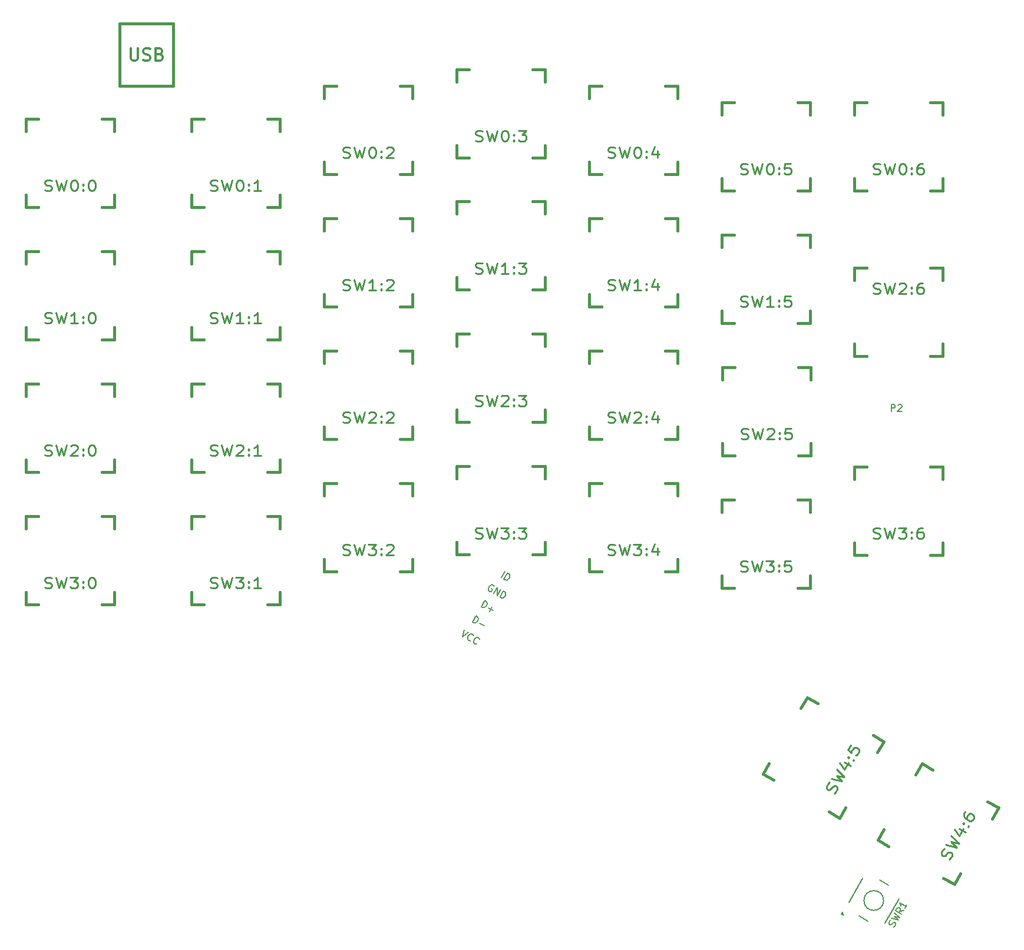
<source format=gto>
G04 #@! TF.FileFunction,Legend,Top*
%FSLAX46Y46*%
G04 Gerber Fmt 4.6, Leading zero omitted, Abs format (unit mm)*
G04 Created by KiCad (PCBNEW 4.0.2-4+6225~38~ubuntu14.04.1-stable) date za 02 jul 2016 21:58:40 CEST*
%MOMM*%
G01*
G04 APERTURE LIST*
%ADD10C,0.100000*%
%ADD11C,0.381000*%
%ADD12C,0.150000*%
%ADD13C,0.254000*%
%ADD14C,0.304800*%
G04 APERTURE END LIST*
D10*
D11*
X108584739Y-104019261D02*
X109473739Y-102479468D01*
X114045739Y-94560532D02*
X114934739Y-93020739D01*
X114934739Y-93020739D02*
X116474532Y-93909739D01*
X124393468Y-98481739D02*
X125933261Y-99370739D01*
X125933261Y-99370739D02*
X125044261Y-100910532D01*
X120472261Y-108829468D02*
X119583261Y-110369261D01*
X119583261Y-110369261D02*
X118043468Y-109480261D01*
X110124532Y-104908261D02*
X108584739Y-104019261D01*
X2648000Y-9791000D02*
X4426000Y-9791000D01*
X13570000Y-9791000D02*
X15348000Y-9791000D01*
X15348000Y-9791000D02*
X15348000Y-11569000D01*
X15348000Y-20713000D02*
X15348000Y-22491000D01*
X15348000Y-22491000D02*
X13570000Y-22491000D01*
X4426000Y-22491000D02*
X2648000Y-22491000D01*
X2648000Y-22491000D02*
X2648000Y-20713000D01*
X2648000Y-11569000D02*
X2648000Y-9791000D01*
X26460000Y-9790000D02*
X28238000Y-9790000D01*
X37382000Y-9790000D02*
X39160000Y-9790000D01*
X39160000Y-9790000D02*
X39160000Y-11568000D01*
X39160000Y-20712000D02*
X39160000Y-22490000D01*
X39160000Y-22490000D02*
X37382000Y-22490000D01*
X28238000Y-22490000D02*
X26460000Y-22490000D01*
X26460000Y-22490000D02*
X26460000Y-20712000D01*
X26460000Y-11568000D02*
X26460000Y-9790000D01*
X45510000Y-5029000D02*
X47288000Y-5029000D01*
X56432000Y-5029000D02*
X58210000Y-5029000D01*
X58210000Y-5029000D02*
X58210000Y-6807000D01*
X58210000Y-15951000D02*
X58210000Y-17729000D01*
X58210000Y-17729000D02*
X56432000Y-17729000D01*
X47288000Y-17729000D02*
X45510000Y-17729000D01*
X45510000Y-17729000D02*
X45510000Y-15951000D01*
X45510000Y-6807000D02*
X45510000Y-5029000D01*
X64560000Y-2648000D02*
X66338000Y-2648000D01*
X75482000Y-2648000D02*
X77260000Y-2648000D01*
X77260000Y-2648000D02*
X77260000Y-4426000D01*
X77260000Y-13570000D02*
X77260000Y-15348000D01*
X77260000Y-15348000D02*
X75482000Y-15348000D01*
X66338000Y-15348000D02*
X64560000Y-15348000D01*
X64560000Y-15348000D02*
X64560000Y-13570000D01*
X64560000Y-4426000D02*
X64560000Y-2648000D01*
X83610000Y-5029000D02*
X85388000Y-5029000D01*
X94532000Y-5029000D02*
X96310000Y-5029000D01*
X96310000Y-5029000D02*
X96310000Y-6807000D01*
X96310000Y-15951000D02*
X96310000Y-17729000D01*
X96310000Y-17729000D02*
X94532000Y-17729000D01*
X85388000Y-17729000D02*
X83610000Y-17729000D01*
X83610000Y-17729000D02*
X83610000Y-15951000D01*
X83610000Y-6807000D02*
X83610000Y-5029000D01*
X102660000Y-7410000D02*
X104438000Y-7410000D01*
X113582000Y-7410000D02*
X115360000Y-7410000D01*
X115360000Y-7410000D02*
X115360000Y-9188000D01*
X115360000Y-18332000D02*
X115360000Y-20110000D01*
X115360000Y-20110000D02*
X113582000Y-20110000D01*
X104438000Y-20110000D02*
X102660000Y-20110000D01*
X102660000Y-20110000D02*
X102660000Y-18332000D01*
X102660000Y-9188000D02*
X102660000Y-7410000D01*
X121710000Y-7410000D02*
X123488000Y-7410000D01*
X132632000Y-7410000D02*
X134410000Y-7410000D01*
X134410000Y-7410000D02*
X134410000Y-9188000D01*
X134410000Y-18332000D02*
X134410000Y-20110000D01*
X134410000Y-20110000D02*
X132632000Y-20110000D01*
X123488000Y-20110000D02*
X121710000Y-20110000D01*
X121710000Y-20110000D02*
X121710000Y-18332000D01*
X121710000Y-9188000D02*
X121710000Y-7410000D01*
X2648000Y-28841000D02*
X4426000Y-28841000D01*
X13570000Y-28841000D02*
X15348000Y-28841000D01*
X15348000Y-28841000D02*
X15348000Y-30619000D01*
X15348000Y-39763000D02*
X15348000Y-41541000D01*
X15348000Y-41541000D02*
X13570000Y-41541000D01*
X4426000Y-41541000D02*
X2648000Y-41541000D01*
X2648000Y-41541000D02*
X2648000Y-39763000D01*
X2648000Y-30619000D02*
X2648000Y-28841000D01*
X26460000Y-28841000D02*
X28238000Y-28841000D01*
X37382000Y-28841000D02*
X39160000Y-28841000D01*
X39160000Y-28841000D02*
X39160000Y-30619000D01*
X39160000Y-39763000D02*
X39160000Y-41541000D01*
X39160000Y-41541000D02*
X37382000Y-41541000D01*
X28238000Y-41541000D02*
X26460000Y-41541000D01*
X26460000Y-41541000D02*
X26460000Y-39763000D01*
X26460000Y-30619000D02*
X26460000Y-28841000D01*
X45510000Y-24079000D02*
X47288000Y-24079000D01*
X56432000Y-24079000D02*
X58210000Y-24079000D01*
X58210000Y-24079000D02*
X58210000Y-25857000D01*
X58210000Y-35001000D02*
X58210000Y-36779000D01*
X58210000Y-36779000D02*
X56432000Y-36779000D01*
X47288000Y-36779000D02*
X45510000Y-36779000D01*
X45510000Y-36779000D02*
X45510000Y-35001000D01*
X45510000Y-25857000D02*
X45510000Y-24079000D01*
X64560000Y-21688000D02*
X66338000Y-21688000D01*
X75482000Y-21688000D02*
X77260000Y-21688000D01*
X77260000Y-21688000D02*
X77260000Y-23466000D01*
X77260000Y-32610000D02*
X77260000Y-34388000D01*
X77260000Y-34388000D02*
X75482000Y-34388000D01*
X66338000Y-34388000D02*
X64560000Y-34388000D01*
X64560000Y-34388000D02*
X64560000Y-32610000D01*
X64560000Y-23466000D02*
X64560000Y-21688000D01*
X83610000Y-24079000D02*
X85388000Y-24079000D01*
X94532000Y-24079000D02*
X96310000Y-24079000D01*
X96310000Y-24079000D02*
X96310000Y-25857000D01*
X96310000Y-35001000D02*
X96310000Y-36779000D01*
X96310000Y-36779000D02*
X94532000Y-36779000D01*
X85388000Y-36779000D02*
X83610000Y-36779000D01*
X83610000Y-36779000D02*
X83610000Y-35001000D01*
X83610000Y-25857000D02*
X83610000Y-24079000D01*
X102660000Y-26460000D02*
X104438000Y-26460000D01*
X113582000Y-26460000D02*
X115360000Y-26460000D01*
X115360000Y-26460000D02*
X115360000Y-28238000D01*
X115360000Y-37382000D02*
X115360000Y-39160000D01*
X115360000Y-39160000D02*
X113582000Y-39160000D01*
X104438000Y-39160000D02*
X102660000Y-39160000D01*
X102660000Y-39160000D02*
X102660000Y-37382000D01*
X102660000Y-28238000D02*
X102660000Y-26460000D01*
X2648000Y-47891000D02*
X4426000Y-47891000D01*
X13570000Y-47891000D02*
X15348000Y-47891000D01*
X15348000Y-47891000D02*
X15348000Y-49669000D01*
X15348000Y-58813000D02*
X15348000Y-60591000D01*
X15348000Y-60591000D02*
X13570000Y-60591000D01*
X4426000Y-60591000D02*
X2648000Y-60591000D01*
X2648000Y-60591000D02*
X2648000Y-58813000D01*
X2648000Y-49669000D02*
X2648000Y-47891000D01*
X26460000Y-47891000D02*
X28238000Y-47891000D01*
X37382000Y-47891000D02*
X39160000Y-47891000D01*
X39160000Y-47891000D02*
X39160000Y-49669000D01*
X39160000Y-58813000D02*
X39160000Y-60591000D01*
X39160000Y-60591000D02*
X37382000Y-60591000D01*
X28238000Y-60591000D02*
X26460000Y-60591000D01*
X26460000Y-60591000D02*
X26460000Y-58813000D01*
X26460000Y-49669000D02*
X26460000Y-47891000D01*
X45510000Y-43129000D02*
X47288000Y-43129000D01*
X56432000Y-43129000D02*
X58210000Y-43129000D01*
X58210000Y-43129000D02*
X58210000Y-44907000D01*
X58210000Y-54051000D02*
X58210000Y-55829000D01*
X58210000Y-55829000D02*
X56432000Y-55829000D01*
X47288000Y-55829000D02*
X45510000Y-55829000D01*
X45510000Y-55829000D02*
X45510000Y-54051000D01*
X45510000Y-44907000D02*
X45510000Y-43129000D01*
X64560000Y-40738000D02*
X66338000Y-40738000D01*
X75482000Y-40738000D02*
X77260000Y-40738000D01*
X77260000Y-40738000D02*
X77260000Y-42516000D01*
X77260000Y-51660000D02*
X77260000Y-53438000D01*
X77260000Y-53438000D02*
X75482000Y-53438000D01*
X66338000Y-53438000D02*
X64560000Y-53438000D01*
X64560000Y-53438000D02*
X64560000Y-51660000D01*
X64560000Y-42516000D02*
X64560000Y-40738000D01*
X83610000Y-43129000D02*
X85388000Y-43129000D01*
X94532000Y-43129000D02*
X96310000Y-43129000D01*
X96310000Y-43129000D02*
X96310000Y-44907000D01*
X96310000Y-54051000D02*
X96310000Y-55829000D01*
X96310000Y-55829000D02*
X94532000Y-55829000D01*
X85388000Y-55829000D02*
X83610000Y-55829000D01*
X83610000Y-55829000D02*
X83610000Y-54051000D01*
X83610000Y-44907000D02*
X83610000Y-43129000D01*
X102751000Y-45510000D02*
X104529000Y-45510000D01*
X113673000Y-45510000D02*
X115451000Y-45510000D01*
X115451000Y-45510000D02*
X115451000Y-47288000D01*
X115451000Y-56432000D02*
X115451000Y-58210000D01*
X115451000Y-58210000D02*
X113673000Y-58210000D01*
X104529000Y-58210000D02*
X102751000Y-58210000D01*
X102751000Y-58210000D02*
X102751000Y-56432000D01*
X102751000Y-47288000D02*
X102751000Y-45510000D01*
X134410000Y-43923000D02*
X132632000Y-43923000D01*
X123488000Y-43923000D02*
X121710000Y-43923000D01*
X121710000Y-43923000D02*
X121710000Y-42145000D01*
X121710000Y-33001000D02*
X121710000Y-31223000D01*
X121710000Y-31223000D02*
X123488000Y-31223000D01*
X132632000Y-31223000D02*
X134410000Y-31223000D01*
X134410000Y-31223000D02*
X134410000Y-33001000D01*
X134410000Y-42145000D02*
X134410000Y-43923000D01*
X2648000Y-66941000D02*
X4426000Y-66941000D01*
X13570000Y-66941000D02*
X15348000Y-66941000D01*
X15348000Y-66941000D02*
X15348000Y-68719000D01*
X15348000Y-77863000D02*
X15348000Y-79641000D01*
X15348000Y-79641000D02*
X13570000Y-79641000D01*
X4426000Y-79641000D02*
X2648000Y-79641000D01*
X2648000Y-79641000D02*
X2648000Y-77863000D01*
X2648000Y-68719000D02*
X2648000Y-66941000D01*
X26460000Y-66941000D02*
X28238000Y-66941000D01*
X37382000Y-66941000D02*
X39160000Y-66941000D01*
X39160000Y-66941000D02*
X39160000Y-68719000D01*
X39160000Y-77863000D02*
X39160000Y-79641000D01*
X39160000Y-79641000D02*
X37382000Y-79641000D01*
X28238000Y-79641000D02*
X26460000Y-79641000D01*
X26460000Y-79641000D02*
X26460000Y-77863000D01*
X26460000Y-68719000D02*
X26460000Y-66941000D01*
X45510000Y-62179000D02*
X47288000Y-62179000D01*
X56432000Y-62179000D02*
X58210000Y-62179000D01*
X58210000Y-62179000D02*
X58210000Y-63957000D01*
X58210000Y-73101000D02*
X58210000Y-74879000D01*
X58210000Y-74879000D02*
X56432000Y-74879000D01*
X47288000Y-74879000D02*
X45510000Y-74879000D01*
X45510000Y-74879000D02*
X45510000Y-73101000D01*
X45510000Y-63957000D02*
X45510000Y-62179000D01*
X64560000Y-59788000D02*
X66338000Y-59788000D01*
X75482000Y-59788000D02*
X77260000Y-59788000D01*
X77260000Y-59788000D02*
X77260000Y-61566000D01*
X77260000Y-70710000D02*
X77260000Y-72488000D01*
X77260000Y-72488000D02*
X75482000Y-72488000D01*
X66338000Y-72488000D02*
X64560000Y-72488000D01*
X64560000Y-72488000D02*
X64560000Y-70710000D01*
X64560000Y-61566000D02*
X64560000Y-59788000D01*
X83610000Y-62179000D02*
X85388000Y-62179000D01*
X94532000Y-62179000D02*
X96310000Y-62179000D01*
X96310000Y-62179000D02*
X96310000Y-63957000D01*
X96310000Y-73101000D02*
X96310000Y-74879000D01*
X96310000Y-74879000D02*
X94532000Y-74879000D01*
X85388000Y-74879000D02*
X83610000Y-74879000D01*
X83610000Y-74879000D02*
X83610000Y-73101000D01*
X83610000Y-63957000D02*
X83610000Y-62179000D01*
X102660000Y-64560000D02*
X104438000Y-64560000D01*
X113582000Y-64560000D02*
X115360000Y-64560000D01*
X115360000Y-64560000D02*
X115360000Y-66338000D01*
X115360000Y-75482000D02*
X115360000Y-77260000D01*
X115360000Y-77260000D02*
X113582000Y-77260000D01*
X104438000Y-77260000D02*
X102660000Y-77260000D01*
X102660000Y-77260000D02*
X102660000Y-75482000D01*
X102660000Y-66338000D02*
X102660000Y-64560000D01*
X121710000Y-59798000D02*
X123488000Y-59798000D01*
X132632000Y-59798000D02*
X134410000Y-59798000D01*
X134410000Y-59798000D02*
X134410000Y-61576000D01*
X134410000Y-70720000D02*
X134410000Y-72498000D01*
X134410000Y-72498000D02*
X132632000Y-72498000D01*
X123488000Y-72498000D02*
X121710000Y-72498000D01*
X121710000Y-72498000D02*
X121710000Y-70720000D01*
X121710000Y-61576000D02*
X121710000Y-59798000D01*
X125082739Y-113544261D02*
X125971739Y-112004468D01*
X130543739Y-104085532D02*
X131432739Y-102545739D01*
X131432739Y-102545739D02*
X132972532Y-103434739D01*
X140891468Y-108006739D02*
X142431261Y-108895739D01*
X142431261Y-108895739D02*
X141542261Y-110435532D01*
X136970261Y-118354468D02*
X136081261Y-119894261D01*
X136081261Y-119894261D02*
X134541468Y-119005261D01*
X126622532Y-114433261D02*
X125082739Y-113544261D01*
X23850640Y3903980D02*
X23850640Y-5095240D01*
X23850640Y-5095240D02*
X16149360Y-5095240D01*
X16149360Y-5095240D02*
X16149360Y3903980D01*
X16149360Y3903980D02*
X23850640Y3903980D01*
D12*
X119943975Y-124147724D02*
X120030577Y-124197724D01*
X119850673Y-124209327D02*
X120025673Y-123906218D01*
X120025673Y-123906218D02*
G75*
G03X120153782Y-124384327I1259327J81218D01*
G01*
X119850673Y-124209327D02*
X120153782Y-124384327D01*
X125931264Y-122226924D02*
G75*
G03X125931264Y-122226924I-1414213J0D01*
G01*
X126115127Y-125458975D02*
X128115127Y-121994873D01*
X120918975Y-122458975D02*
X122918975Y-118994873D01*
X123666570Y-125200000D02*
X122367532Y-124450000D01*
X125367532Y-119253848D02*
X126666570Y-120003848D01*
D10*
X123017051Y-124825000D02*
X123017051Y-124825000D01*
X128115127Y-121994873D02*
X126115127Y-125458975D01*
X122918975Y-118994873D02*
X120918975Y-122458975D01*
X126017051Y-119628848D02*
X126017051Y-119628848D01*
X125931264Y-122226924D02*
G75*
G03X125931264Y-122226924I-1414213J0D01*
G01*
D13*
X118832497Y-106807338D02*
X119022346Y-106623653D01*
X119234013Y-106257036D01*
X119255830Y-106074103D01*
X119235315Y-105964494D01*
X119151951Y-105818599D01*
X119026253Y-105746027D01*
X118858222Y-105746780D01*
X118753041Y-105783818D01*
X118605525Y-105894179D01*
X118373343Y-106151187D01*
X118225827Y-106261548D01*
X118120646Y-106298586D01*
X117952615Y-106299338D01*
X117826917Y-106226766D01*
X117743553Y-106080872D01*
X117723038Y-105971263D01*
X117744856Y-105788330D01*
X117956523Y-105421712D01*
X118146372Y-105238027D01*
X118379856Y-104688478D02*
X119911346Y-105083861D01*
X119137948Y-104246281D01*
X120250013Y-104497273D01*
X119141856Y-103368655D01*
X120301464Y-102376156D02*
X121181346Y-102884156D01*
X119587007Y-102452488D02*
X120318072Y-103363391D01*
X120868405Y-102410186D01*
X121521315Y-102005027D02*
X121626496Y-101967989D01*
X121647012Y-102077598D01*
X121541830Y-102114635D01*
X121521315Y-102005027D01*
X121647012Y-102077598D01*
X120829979Y-101605884D02*
X120935160Y-101568846D01*
X120955676Y-101678455D01*
X120850494Y-101715492D01*
X120829979Y-101605884D01*
X120955676Y-101678455D01*
X121173856Y-99849128D02*
X120750523Y-100582363D01*
X121336677Y-101018543D01*
X121316160Y-100908934D01*
X121337979Y-100726001D01*
X121549646Y-100359384D01*
X121697160Y-100249023D01*
X121802343Y-100211985D01*
X121970374Y-100211233D01*
X122284617Y-100392661D01*
X122367982Y-100538557D01*
X122388496Y-100648166D01*
X122366679Y-100831099D01*
X122155013Y-101197716D01*
X122007496Y-101308077D01*
X121902315Y-101345115D01*
X5357334Y-20059857D02*
X5611334Y-20132429D01*
X6034667Y-20132429D01*
X6204000Y-20059857D01*
X6288667Y-19987286D01*
X6373334Y-19842143D01*
X6373334Y-19697000D01*
X6288667Y-19551857D01*
X6204000Y-19479286D01*
X6034667Y-19406714D01*
X5696000Y-19334143D01*
X5526667Y-19261571D01*
X5442000Y-19189000D01*
X5357334Y-19043857D01*
X5357334Y-18898714D01*
X5442000Y-18753571D01*
X5526667Y-18681000D01*
X5696000Y-18608429D01*
X6119334Y-18608429D01*
X6373334Y-18681000D01*
X6966000Y-18608429D02*
X7389333Y-20132429D01*
X7728000Y-19043857D01*
X8066667Y-20132429D01*
X8490000Y-18608429D01*
X9506000Y-18608429D02*
X9675333Y-18608429D01*
X9844667Y-18681000D01*
X9929333Y-18753571D01*
X10014000Y-18898714D01*
X10098667Y-19189000D01*
X10098667Y-19551857D01*
X10014000Y-19842143D01*
X9929333Y-19987286D01*
X9844667Y-20059857D01*
X9675333Y-20132429D01*
X9506000Y-20132429D01*
X9336667Y-20059857D01*
X9252000Y-19987286D01*
X9167333Y-19842143D01*
X9082667Y-19551857D01*
X9082667Y-19189000D01*
X9167333Y-18898714D01*
X9252000Y-18753571D01*
X9336667Y-18681000D01*
X9506000Y-18608429D01*
X10860666Y-19987286D02*
X10945333Y-20059857D01*
X10860666Y-20132429D01*
X10776000Y-20059857D01*
X10860666Y-19987286D01*
X10860666Y-20132429D01*
X10860666Y-19189000D02*
X10945333Y-19261571D01*
X10860666Y-19334143D01*
X10776000Y-19261571D01*
X10860666Y-19189000D01*
X10860666Y-19334143D01*
X12046000Y-18608429D02*
X12215333Y-18608429D01*
X12384667Y-18681000D01*
X12469333Y-18753571D01*
X12554000Y-18898714D01*
X12638667Y-19189000D01*
X12638667Y-19551857D01*
X12554000Y-19842143D01*
X12469333Y-19987286D01*
X12384667Y-20059857D01*
X12215333Y-20132429D01*
X12046000Y-20132429D01*
X11876667Y-20059857D01*
X11792000Y-19987286D01*
X11707333Y-19842143D01*
X11622667Y-19551857D01*
X11622667Y-19189000D01*
X11707333Y-18898714D01*
X11792000Y-18753571D01*
X11876667Y-18681000D01*
X12046000Y-18608429D01*
X29169334Y-20058857D02*
X29423334Y-20131429D01*
X29846667Y-20131429D01*
X30016000Y-20058857D01*
X30100667Y-19986286D01*
X30185334Y-19841143D01*
X30185334Y-19696000D01*
X30100667Y-19550857D01*
X30016000Y-19478286D01*
X29846667Y-19405714D01*
X29508000Y-19333143D01*
X29338667Y-19260571D01*
X29254000Y-19188000D01*
X29169334Y-19042857D01*
X29169334Y-18897714D01*
X29254000Y-18752571D01*
X29338667Y-18680000D01*
X29508000Y-18607429D01*
X29931334Y-18607429D01*
X30185334Y-18680000D01*
X30778000Y-18607429D02*
X31201333Y-20131429D01*
X31540000Y-19042857D01*
X31878667Y-20131429D01*
X32302000Y-18607429D01*
X33318000Y-18607429D02*
X33487333Y-18607429D01*
X33656667Y-18680000D01*
X33741333Y-18752571D01*
X33826000Y-18897714D01*
X33910667Y-19188000D01*
X33910667Y-19550857D01*
X33826000Y-19841143D01*
X33741333Y-19986286D01*
X33656667Y-20058857D01*
X33487333Y-20131429D01*
X33318000Y-20131429D01*
X33148667Y-20058857D01*
X33064000Y-19986286D01*
X32979333Y-19841143D01*
X32894667Y-19550857D01*
X32894667Y-19188000D01*
X32979333Y-18897714D01*
X33064000Y-18752571D01*
X33148667Y-18680000D01*
X33318000Y-18607429D01*
X34672666Y-19986286D02*
X34757333Y-20058857D01*
X34672666Y-20131429D01*
X34588000Y-20058857D01*
X34672666Y-19986286D01*
X34672666Y-20131429D01*
X34672666Y-19188000D02*
X34757333Y-19260571D01*
X34672666Y-19333143D01*
X34588000Y-19260571D01*
X34672666Y-19188000D01*
X34672666Y-19333143D01*
X36450667Y-20131429D02*
X35434667Y-20131429D01*
X35942667Y-20131429D02*
X35942667Y-18607429D01*
X35773333Y-18825143D01*
X35604000Y-18970286D01*
X35434667Y-19042857D01*
X48219334Y-15297857D02*
X48473334Y-15370429D01*
X48896667Y-15370429D01*
X49066000Y-15297857D01*
X49150667Y-15225286D01*
X49235334Y-15080143D01*
X49235334Y-14935000D01*
X49150667Y-14789857D01*
X49066000Y-14717286D01*
X48896667Y-14644714D01*
X48558000Y-14572143D01*
X48388667Y-14499571D01*
X48304000Y-14427000D01*
X48219334Y-14281857D01*
X48219334Y-14136714D01*
X48304000Y-13991571D01*
X48388667Y-13919000D01*
X48558000Y-13846429D01*
X48981334Y-13846429D01*
X49235334Y-13919000D01*
X49828000Y-13846429D02*
X50251333Y-15370429D01*
X50590000Y-14281857D01*
X50928667Y-15370429D01*
X51352000Y-13846429D01*
X52368000Y-13846429D02*
X52537333Y-13846429D01*
X52706667Y-13919000D01*
X52791333Y-13991571D01*
X52876000Y-14136714D01*
X52960667Y-14427000D01*
X52960667Y-14789857D01*
X52876000Y-15080143D01*
X52791333Y-15225286D01*
X52706667Y-15297857D01*
X52537333Y-15370429D01*
X52368000Y-15370429D01*
X52198667Y-15297857D01*
X52114000Y-15225286D01*
X52029333Y-15080143D01*
X51944667Y-14789857D01*
X51944667Y-14427000D01*
X52029333Y-14136714D01*
X52114000Y-13991571D01*
X52198667Y-13919000D01*
X52368000Y-13846429D01*
X53722666Y-15225286D02*
X53807333Y-15297857D01*
X53722666Y-15370429D01*
X53638000Y-15297857D01*
X53722666Y-15225286D01*
X53722666Y-15370429D01*
X53722666Y-14427000D02*
X53807333Y-14499571D01*
X53722666Y-14572143D01*
X53638000Y-14499571D01*
X53722666Y-14427000D01*
X53722666Y-14572143D01*
X54484667Y-13991571D02*
X54569333Y-13919000D01*
X54738667Y-13846429D01*
X55162000Y-13846429D01*
X55331333Y-13919000D01*
X55416000Y-13991571D01*
X55500667Y-14136714D01*
X55500667Y-14281857D01*
X55416000Y-14499571D01*
X54400000Y-15370429D01*
X55500667Y-15370429D01*
X67269334Y-12916857D02*
X67523334Y-12989429D01*
X67946667Y-12989429D01*
X68116000Y-12916857D01*
X68200667Y-12844286D01*
X68285334Y-12699143D01*
X68285334Y-12554000D01*
X68200667Y-12408857D01*
X68116000Y-12336286D01*
X67946667Y-12263714D01*
X67608000Y-12191143D01*
X67438667Y-12118571D01*
X67354000Y-12046000D01*
X67269334Y-11900857D01*
X67269334Y-11755714D01*
X67354000Y-11610571D01*
X67438667Y-11538000D01*
X67608000Y-11465429D01*
X68031334Y-11465429D01*
X68285334Y-11538000D01*
X68878000Y-11465429D02*
X69301333Y-12989429D01*
X69640000Y-11900857D01*
X69978667Y-12989429D01*
X70402000Y-11465429D01*
X71418000Y-11465429D02*
X71587333Y-11465429D01*
X71756667Y-11538000D01*
X71841333Y-11610571D01*
X71926000Y-11755714D01*
X72010667Y-12046000D01*
X72010667Y-12408857D01*
X71926000Y-12699143D01*
X71841333Y-12844286D01*
X71756667Y-12916857D01*
X71587333Y-12989429D01*
X71418000Y-12989429D01*
X71248667Y-12916857D01*
X71164000Y-12844286D01*
X71079333Y-12699143D01*
X70994667Y-12408857D01*
X70994667Y-12046000D01*
X71079333Y-11755714D01*
X71164000Y-11610571D01*
X71248667Y-11538000D01*
X71418000Y-11465429D01*
X72772666Y-12844286D02*
X72857333Y-12916857D01*
X72772666Y-12989429D01*
X72688000Y-12916857D01*
X72772666Y-12844286D01*
X72772666Y-12989429D01*
X72772666Y-12046000D02*
X72857333Y-12118571D01*
X72772666Y-12191143D01*
X72688000Y-12118571D01*
X72772666Y-12046000D01*
X72772666Y-12191143D01*
X73450000Y-11465429D02*
X74550667Y-11465429D01*
X73958000Y-12046000D01*
X74212000Y-12046000D01*
X74381333Y-12118571D01*
X74466000Y-12191143D01*
X74550667Y-12336286D01*
X74550667Y-12699143D01*
X74466000Y-12844286D01*
X74381333Y-12916857D01*
X74212000Y-12989429D01*
X73704000Y-12989429D01*
X73534667Y-12916857D01*
X73450000Y-12844286D01*
X86319334Y-15297857D02*
X86573334Y-15370429D01*
X86996667Y-15370429D01*
X87166000Y-15297857D01*
X87250667Y-15225286D01*
X87335334Y-15080143D01*
X87335334Y-14935000D01*
X87250667Y-14789857D01*
X87166000Y-14717286D01*
X86996667Y-14644714D01*
X86658000Y-14572143D01*
X86488667Y-14499571D01*
X86404000Y-14427000D01*
X86319334Y-14281857D01*
X86319334Y-14136714D01*
X86404000Y-13991571D01*
X86488667Y-13919000D01*
X86658000Y-13846429D01*
X87081334Y-13846429D01*
X87335334Y-13919000D01*
X87928000Y-13846429D02*
X88351333Y-15370429D01*
X88690000Y-14281857D01*
X89028667Y-15370429D01*
X89452000Y-13846429D01*
X90468000Y-13846429D02*
X90637333Y-13846429D01*
X90806667Y-13919000D01*
X90891333Y-13991571D01*
X90976000Y-14136714D01*
X91060667Y-14427000D01*
X91060667Y-14789857D01*
X90976000Y-15080143D01*
X90891333Y-15225286D01*
X90806667Y-15297857D01*
X90637333Y-15370429D01*
X90468000Y-15370429D01*
X90298667Y-15297857D01*
X90214000Y-15225286D01*
X90129333Y-15080143D01*
X90044667Y-14789857D01*
X90044667Y-14427000D01*
X90129333Y-14136714D01*
X90214000Y-13991571D01*
X90298667Y-13919000D01*
X90468000Y-13846429D01*
X91822666Y-15225286D02*
X91907333Y-15297857D01*
X91822666Y-15370429D01*
X91738000Y-15297857D01*
X91822666Y-15225286D01*
X91822666Y-15370429D01*
X91822666Y-14427000D02*
X91907333Y-14499571D01*
X91822666Y-14572143D01*
X91738000Y-14499571D01*
X91822666Y-14427000D01*
X91822666Y-14572143D01*
X93431333Y-14354429D02*
X93431333Y-15370429D01*
X93008000Y-13773857D02*
X92584667Y-14862429D01*
X93685333Y-14862429D01*
X105369334Y-17678857D02*
X105623334Y-17751429D01*
X106046667Y-17751429D01*
X106216000Y-17678857D01*
X106300667Y-17606286D01*
X106385334Y-17461143D01*
X106385334Y-17316000D01*
X106300667Y-17170857D01*
X106216000Y-17098286D01*
X106046667Y-17025714D01*
X105708000Y-16953143D01*
X105538667Y-16880571D01*
X105454000Y-16808000D01*
X105369334Y-16662857D01*
X105369334Y-16517714D01*
X105454000Y-16372571D01*
X105538667Y-16300000D01*
X105708000Y-16227429D01*
X106131334Y-16227429D01*
X106385334Y-16300000D01*
X106978000Y-16227429D02*
X107401333Y-17751429D01*
X107740000Y-16662857D01*
X108078667Y-17751429D01*
X108502000Y-16227429D01*
X109518000Y-16227429D02*
X109687333Y-16227429D01*
X109856667Y-16300000D01*
X109941333Y-16372571D01*
X110026000Y-16517714D01*
X110110667Y-16808000D01*
X110110667Y-17170857D01*
X110026000Y-17461143D01*
X109941333Y-17606286D01*
X109856667Y-17678857D01*
X109687333Y-17751429D01*
X109518000Y-17751429D01*
X109348667Y-17678857D01*
X109264000Y-17606286D01*
X109179333Y-17461143D01*
X109094667Y-17170857D01*
X109094667Y-16808000D01*
X109179333Y-16517714D01*
X109264000Y-16372571D01*
X109348667Y-16300000D01*
X109518000Y-16227429D01*
X110872666Y-17606286D02*
X110957333Y-17678857D01*
X110872666Y-17751429D01*
X110788000Y-17678857D01*
X110872666Y-17606286D01*
X110872666Y-17751429D01*
X110872666Y-16808000D02*
X110957333Y-16880571D01*
X110872666Y-16953143D01*
X110788000Y-16880571D01*
X110872666Y-16808000D01*
X110872666Y-16953143D01*
X112566000Y-16227429D02*
X111719333Y-16227429D01*
X111634667Y-16953143D01*
X111719333Y-16880571D01*
X111888667Y-16808000D01*
X112312000Y-16808000D01*
X112481333Y-16880571D01*
X112566000Y-16953143D01*
X112650667Y-17098286D01*
X112650667Y-17461143D01*
X112566000Y-17606286D01*
X112481333Y-17678857D01*
X112312000Y-17751429D01*
X111888667Y-17751429D01*
X111719333Y-17678857D01*
X111634667Y-17606286D01*
X124419334Y-17678857D02*
X124673334Y-17751429D01*
X125096667Y-17751429D01*
X125266000Y-17678857D01*
X125350667Y-17606286D01*
X125435334Y-17461143D01*
X125435334Y-17316000D01*
X125350667Y-17170857D01*
X125266000Y-17098286D01*
X125096667Y-17025714D01*
X124758000Y-16953143D01*
X124588667Y-16880571D01*
X124504000Y-16808000D01*
X124419334Y-16662857D01*
X124419334Y-16517714D01*
X124504000Y-16372571D01*
X124588667Y-16300000D01*
X124758000Y-16227429D01*
X125181334Y-16227429D01*
X125435334Y-16300000D01*
X126028000Y-16227429D02*
X126451333Y-17751429D01*
X126790000Y-16662857D01*
X127128667Y-17751429D01*
X127552000Y-16227429D01*
X128568000Y-16227429D02*
X128737333Y-16227429D01*
X128906667Y-16300000D01*
X128991333Y-16372571D01*
X129076000Y-16517714D01*
X129160667Y-16808000D01*
X129160667Y-17170857D01*
X129076000Y-17461143D01*
X128991333Y-17606286D01*
X128906667Y-17678857D01*
X128737333Y-17751429D01*
X128568000Y-17751429D01*
X128398667Y-17678857D01*
X128314000Y-17606286D01*
X128229333Y-17461143D01*
X128144667Y-17170857D01*
X128144667Y-16808000D01*
X128229333Y-16517714D01*
X128314000Y-16372571D01*
X128398667Y-16300000D01*
X128568000Y-16227429D01*
X129922666Y-17606286D02*
X130007333Y-17678857D01*
X129922666Y-17751429D01*
X129838000Y-17678857D01*
X129922666Y-17606286D01*
X129922666Y-17751429D01*
X129922666Y-16808000D02*
X130007333Y-16880571D01*
X129922666Y-16953143D01*
X129838000Y-16880571D01*
X129922666Y-16808000D01*
X129922666Y-16953143D01*
X131531333Y-16227429D02*
X131192667Y-16227429D01*
X131023333Y-16300000D01*
X130938667Y-16372571D01*
X130769333Y-16590286D01*
X130684667Y-16880571D01*
X130684667Y-17461143D01*
X130769333Y-17606286D01*
X130854000Y-17678857D01*
X131023333Y-17751429D01*
X131362000Y-17751429D01*
X131531333Y-17678857D01*
X131616000Y-17606286D01*
X131700667Y-17461143D01*
X131700667Y-17098286D01*
X131616000Y-16953143D01*
X131531333Y-16880571D01*
X131362000Y-16808000D01*
X131023333Y-16808000D01*
X130854000Y-16880571D01*
X130769333Y-16953143D01*
X130684667Y-17098286D01*
X5357334Y-39109857D02*
X5611334Y-39182429D01*
X6034667Y-39182429D01*
X6204000Y-39109857D01*
X6288667Y-39037286D01*
X6373334Y-38892143D01*
X6373334Y-38747000D01*
X6288667Y-38601857D01*
X6204000Y-38529286D01*
X6034667Y-38456714D01*
X5696000Y-38384143D01*
X5526667Y-38311571D01*
X5442000Y-38239000D01*
X5357334Y-38093857D01*
X5357334Y-37948714D01*
X5442000Y-37803571D01*
X5526667Y-37731000D01*
X5696000Y-37658429D01*
X6119334Y-37658429D01*
X6373334Y-37731000D01*
X6966000Y-37658429D02*
X7389333Y-39182429D01*
X7728000Y-38093857D01*
X8066667Y-39182429D01*
X8490000Y-37658429D01*
X10098667Y-39182429D02*
X9082667Y-39182429D01*
X9590667Y-39182429D02*
X9590667Y-37658429D01*
X9421333Y-37876143D01*
X9252000Y-38021286D01*
X9082667Y-38093857D01*
X10860666Y-39037286D02*
X10945333Y-39109857D01*
X10860666Y-39182429D01*
X10776000Y-39109857D01*
X10860666Y-39037286D01*
X10860666Y-39182429D01*
X10860666Y-38239000D02*
X10945333Y-38311571D01*
X10860666Y-38384143D01*
X10776000Y-38311571D01*
X10860666Y-38239000D01*
X10860666Y-38384143D01*
X12046000Y-37658429D02*
X12215333Y-37658429D01*
X12384667Y-37731000D01*
X12469333Y-37803571D01*
X12554000Y-37948714D01*
X12638667Y-38239000D01*
X12638667Y-38601857D01*
X12554000Y-38892143D01*
X12469333Y-39037286D01*
X12384667Y-39109857D01*
X12215333Y-39182429D01*
X12046000Y-39182429D01*
X11876667Y-39109857D01*
X11792000Y-39037286D01*
X11707333Y-38892143D01*
X11622667Y-38601857D01*
X11622667Y-38239000D01*
X11707333Y-37948714D01*
X11792000Y-37803571D01*
X11876667Y-37731000D01*
X12046000Y-37658429D01*
X29169334Y-39109857D02*
X29423334Y-39182429D01*
X29846667Y-39182429D01*
X30016000Y-39109857D01*
X30100667Y-39037286D01*
X30185334Y-38892143D01*
X30185334Y-38747000D01*
X30100667Y-38601857D01*
X30016000Y-38529286D01*
X29846667Y-38456714D01*
X29508000Y-38384143D01*
X29338667Y-38311571D01*
X29254000Y-38239000D01*
X29169334Y-38093857D01*
X29169334Y-37948714D01*
X29254000Y-37803571D01*
X29338667Y-37731000D01*
X29508000Y-37658429D01*
X29931334Y-37658429D01*
X30185334Y-37731000D01*
X30778000Y-37658429D02*
X31201333Y-39182429D01*
X31540000Y-38093857D01*
X31878667Y-39182429D01*
X32302000Y-37658429D01*
X33910667Y-39182429D02*
X32894667Y-39182429D01*
X33402667Y-39182429D02*
X33402667Y-37658429D01*
X33233333Y-37876143D01*
X33064000Y-38021286D01*
X32894667Y-38093857D01*
X34672666Y-39037286D02*
X34757333Y-39109857D01*
X34672666Y-39182429D01*
X34588000Y-39109857D01*
X34672666Y-39037286D01*
X34672666Y-39182429D01*
X34672666Y-38239000D02*
X34757333Y-38311571D01*
X34672666Y-38384143D01*
X34588000Y-38311571D01*
X34672666Y-38239000D01*
X34672666Y-38384143D01*
X36450667Y-39182429D02*
X35434667Y-39182429D01*
X35942667Y-39182429D02*
X35942667Y-37658429D01*
X35773333Y-37876143D01*
X35604000Y-38021286D01*
X35434667Y-38093857D01*
X48219334Y-34347857D02*
X48473334Y-34420429D01*
X48896667Y-34420429D01*
X49066000Y-34347857D01*
X49150667Y-34275286D01*
X49235334Y-34130143D01*
X49235334Y-33985000D01*
X49150667Y-33839857D01*
X49066000Y-33767286D01*
X48896667Y-33694714D01*
X48558000Y-33622143D01*
X48388667Y-33549571D01*
X48304000Y-33477000D01*
X48219334Y-33331857D01*
X48219334Y-33186714D01*
X48304000Y-33041571D01*
X48388667Y-32969000D01*
X48558000Y-32896429D01*
X48981334Y-32896429D01*
X49235334Y-32969000D01*
X49828000Y-32896429D02*
X50251333Y-34420429D01*
X50590000Y-33331857D01*
X50928667Y-34420429D01*
X51352000Y-32896429D01*
X52960667Y-34420429D02*
X51944667Y-34420429D01*
X52452667Y-34420429D02*
X52452667Y-32896429D01*
X52283333Y-33114143D01*
X52114000Y-33259286D01*
X51944667Y-33331857D01*
X53722666Y-34275286D02*
X53807333Y-34347857D01*
X53722666Y-34420429D01*
X53638000Y-34347857D01*
X53722666Y-34275286D01*
X53722666Y-34420429D01*
X53722666Y-33477000D02*
X53807333Y-33549571D01*
X53722666Y-33622143D01*
X53638000Y-33549571D01*
X53722666Y-33477000D01*
X53722666Y-33622143D01*
X54484667Y-33041571D02*
X54569333Y-32969000D01*
X54738667Y-32896429D01*
X55162000Y-32896429D01*
X55331333Y-32969000D01*
X55416000Y-33041571D01*
X55500667Y-33186714D01*
X55500667Y-33331857D01*
X55416000Y-33549571D01*
X54400000Y-34420429D01*
X55500667Y-34420429D01*
X67269334Y-31956857D02*
X67523334Y-32029429D01*
X67946667Y-32029429D01*
X68116000Y-31956857D01*
X68200667Y-31884286D01*
X68285334Y-31739143D01*
X68285334Y-31594000D01*
X68200667Y-31448857D01*
X68116000Y-31376286D01*
X67946667Y-31303714D01*
X67608000Y-31231143D01*
X67438667Y-31158571D01*
X67354000Y-31086000D01*
X67269334Y-30940857D01*
X67269334Y-30795714D01*
X67354000Y-30650571D01*
X67438667Y-30578000D01*
X67608000Y-30505429D01*
X68031334Y-30505429D01*
X68285334Y-30578000D01*
X68878000Y-30505429D02*
X69301333Y-32029429D01*
X69640000Y-30940857D01*
X69978667Y-32029429D01*
X70402000Y-30505429D01*
X72010667Y-32029429D02*
X70994667Y-32029429D01*
X71502667Y-32029429D02*
X71502667Y-30505429D01*
X71333333Y-30723143D01*
X71164000Y-30868286D01*
X70994667Y-30940857D01*
X72772666Y-31884286D02*
X72857333Y-31956857D01*
X72772666Y-32029429D01*
X72688000Y-31956857D01*
X72772666Y-31884286D01*
X72772666Y-32029429D01*
X72772666Y-31086000D02*
X72857333Y-31158571D01*
X72772666Y-31231143D01*
X72688000Y-31158571D01*
X72772666Y-31086000D01*
X72772666Y-31231143D01*
X73450000Y-30505429D02*
X74550667Y-30505429D01*
X73958000Y-31086000D01*
X74212000Y-31086000D01*
X74381333Y-31158571D01*
X74466000Y-31231143D01*
X74550667Y-31376286D01*
X74550667Y-31739143D01*
X74466000Y-31884286D01*
X74381333Y-31956857D01*
X74212000Y-32029429D01*
X73704000Y-32029429D01*
X73534667Y-31956857D01*
X73450000Y-31884286D01*
X86319334Y-34347857D02*
X86573334Y-34420429D01*
X86996667Y-34420429D01*
X87166000Y-34347857D01*
X87250667Y-34275286D01*
X87335334Y-34130143D01*
X87335334Y-33985000D01*
X87250667Y-33839857D01*
X87166000Y-33767286D01*
X86996667Y-33694714D01*
X86658000Y-33622143D01*
X86488667Y-33549571D01*
X86404000Y-33477000D01*
X86319334Y-33331857D01*
X86319334Y-33186714D01*
X86404000Y-33041571D01*
X86488667Y-32969000D01*
X86658000Y-32896429D01*
X87081334Y-32896429D01*
X87335334Y-32969000D01*
X87928000Y-32896429D02*
X88351333Y-34420429D01*
X88690000Y-33331857D01*
X89028667Y-34420429D01*
X89452000Y-32896429D01*
X91060667Y-34420429D02*
X90044667Y-34420429D01*
X90552667Y-34420429D02*
X90552667Y-32896429D01*
X90383333Y-33114143D01*
X90214000Y-33259286D01*
X90044667Y-33331857D01*
X91822666Y-34275286D02*
X91907333Y-34347857D01*
X91822666Y-34420429D01*
X91738000Y-34347857D01*
X91822666Y-34275286D01*
X91822666Y-34420429D01*
X91822666Y-33477000D02*
X91907333Y-33549571D01*
X91822666Y-33622143D01*
X91738000Y-33549571D01*
X91822666Y-33477000D01*
X91822666Y-33622143D01*
X93431333Y-33404429D02*
X93431333Y-34420429D01*
X93008000Y-32823857D02*
X92584667Y-33912429D01*
X93685333Y-33912429D01*
X105369334Y-36728857D02*
X105623334Y-36801429D01*
X106046667Y-36801429D01*
X106216000Y-36728857D01*
X106300667Y-36656286D01*
X106385334Y-36511143D01*
X106385334Y-36366000D01*
X106300667Y-36220857D01*
X106216000Y-36148286D01*
X106046667Y-36075714D01*
X105708000Y-36003143D01*
X105538667Y-35930571D01*
X105454000Y-35858000D01*
X105369334Y-35712857D01*
X105369334Y-35567714D01*
X105454000Y-35422571D01*
X105538667Y-35350000D01*
X105708000Y-35277429D01*
X106131334Y-35277429D01*
X106385334Y-35350000D01*
X106978000Y-35277429D02*
X107401333Y-36801429D01*
X107740000Y-35712857D01*
X108078667Y-36801429D01*
X108502000Y-35277429D01*
X110110667Y-36801429D02*
X109094667Y-36801429D01*
X109602667Y-36801429D02*
X109602667Y-35277429D01*
X109433333Y-35495143D01*
X109264000Y-35640286D01*
X109094667Y-35712857D01*
X110872666Y-36656286D02*
X110957333Y-36728857D01*
X110872666Y-36801429D01*
X110788000Y-36728857D01*
X110872666Y-36656286D01*
X110872666Y-36801429D01*
X110872666Y-35858000D02*
X110957333Y-35930571D01*
X110872666Y-36003143D01*
X110788000Y-35930571D01*
X110872666Y-35858000D01*
X110872666Y-36003143D01*
X112566000Y-35277429D02*
X111719333Y-35277429D01*
X111634667Y-36003143D01*
X111719333Y-35930571D01*
X111888667Y-35858000D01*
X112312000Y-35858000D01*
X112481333Y-35930571D01*
X112566000Y-36003143D01*
X112650667Y-36148286D01*
X112650667Y-36511143D01*
X112566000Y-36656286D01*
X112481333Y-36728857D01*
X112312000Y-36801429D01*
X111888667Y-36801429D01*
X111719333Y-36728857D01*
X111634667Y-36656286D01*
X5357334Y-58159857D02*
X5611334Y-58232429D01*
X6034667Y-58232429D01*
X6204000Y-58159857D01*
X6288667Y-58087286D01*
X6373334Y-57942143D01*
X6373334Y-57797000D01*
X6288667Y-57651857D01*
X6204000Y-57579286D01*
X6034667Y-57506714D01*
X5696000Y-57434143D01*
X5526667Y-57361571D01*
X5442000Y-57289000D01*
X5357334Y-57143857D01*
X5357334Y-56998714D01*
X5442000Y-56853571D01*
X5526667Y-56781000D01*
X5696000Y-56708429D01*
X6119334Y-56708429D01*
X6373334Y-56781000D01*
X6966000Y-56708429D02*
X7389333Y-58232429D01*
X7728000Y-57143857D01*
X8066667Y-58232429D01*
X8490000Y-56708429D01*
X9082667Y-56853571D02*
X9167333Y-56781000D01*
X9336667Y-56708429D01*
X9760000Y-56708429D01*
X9929333Y-56781000D01*
X10014000Y-56853571D01*
X10098667Y-56998714D01*
X10098667Y-57143857D01*
X10014000Y-57361571D01*
X8998000Y-58232429D01*
X10098667Y-58232429D01*
X10860666Y-58087286D02*
X10945333Y-58159857D01*
X10860666Y-58232429D01*
X10776000Y-58159857D01*
X10860666Y-58087286D01*
X10860666Y-58232429D01*
X10860666Y-57289000D02*
X10945333Y-57361571D01*
X10860666Y-57434143D01*
X10776000Y-57361571D01*
X10860666Y-57289000D01*
X10860666Y-57434143D01*
X12046000Y-56708429D02*
X12215333Y-56708429D01*
X12384667Y-56781000D01*
X12469333Y-56853571D01*
X12554000Y-56998714D01*
X12638667Y-57289000D01*
X12638667Y-57651857D01*
X12554000Y-57942143D01*
X12469333Y-58087286D01*
X12384667Y-58159857D01*
X12215333Y-58232429D01*
X12046000Y-58232429D01*
X11876667Y-58159857D01*
X11792000Y-58087286D01*
X11707333Y-57942143D01*
X11622667Y-57651857D01*
X11622667Y-57289000D01*
X11707333Y-56998714D01*
X11792000Y-56853571D01*
X11876667Y-56781000D01*
X12046000Y-56708429D01*
X29169334Y-58159857D02*
X29423334Y-58232429D01*
X29846667Y-58232429D01*
X30016000Y-58159857D01*
X30100667Y-58087286D01*
X30185334Y-57942143D01*
X30185334Y-57797000D01*
X30100667Y-57651857D01*
X30016000Y-57579286D01*
X29846667Y-57506714D01*
X29508000Y-57434143D01*
X29338667Y-57361571D01*
X29254000Y-57289000D01*
X29169334Y-57143857D01*
X29169334Y-56998714D01*
X29254000Y-56853571D01*
X29338667Y-56781000D01*
X29508000Y-56708429D01*
X29931334Y-56708429D01*
X30185334Y-56781000D01*
X30778000Y-56708429D02*
X31201333Y-58232429D01*
X31540000Y-57143857D01*
X31878667Y-58232429D01*
X32302000Y-56708429D01*
X32894667Y-56853571D02*
X32979333Y-56781000D01*
X33148667Y-56708429D01*
X33572000Y-56708429D01*
X33741333Y-56781000D01*
X33826000Y-56853571D01*
X33910667Y-56998714D01*
X33910667Y-57143857D01*
X33826000Y-57361571D01*
X32810000Y-58232429D01*
X33910667Y-58232429D01*
X34672666Y-58087286D02*
X34757333Y-58159857D01*
X34672666Y-58232429D01*
X34588000Y-58159857D01*
X34672666Y-58087286D01*
X34672666Y-58232429D01*
X34672666Y-57289000D02*
X34757333Y-57361571D01*
X34672666Y-57434143D01*
X34588000Y-57361571D01*
X34672666Y-57289000D01*
X34672666Y-57434143D01*
X36450667Y-58232429D02*
X35434667Y-58232429D01*
X35942667Y-58232429D02*
X35942667Y-56708429D01*
X35773333Y-56926143D01*
X35604000Y-57071286D01*
X35434667Y-57143857D01*
X48219334Y-53397857D02*
X48473334Y-53470429D01*
X48896667Y-53470429D01*
X49066000Y-53397857D01*
X49150667Y-53325286D01*
X49235334Y-53180143D01*
X49235334Y-53035000D01*
X49150667Y-52889857D01*
X49066000Y-52817286D01*
X48896667Y-52744714D01*
X48558000Y-52672143D01*
X48388667Y-52599571D01*
X48304000Y-52527000D01*
X48219334Y-52381857D01*
X48219334Y-52236714D01*
X48304000Y-52091571D01*
X48388667Y-52019000D01*
X48558000Y-51946429D01*
X48981334Y-51946429D01*
X49235334Y-52019000D01*
X49828000Y-51946429D02*
X50251333Y-53470429D01*
X50590000Y-52381857D01*
X50928667Y-53470429D01*
X51352000Y-51946429D01*
X51944667Y-52091571D02*
X52029333Y-52019000D01*
X52198667Y-51946429D01*
X52622000Y-51946429D01*
X52791333Y-52019000D01*
X52876000Y-52091571D01*
X52960667Y-52236714D01*
X52960667Y-52381857D01*
X52876000Y-52599571D01*
X51860000Y-53470429D01*
X52960667Y-53470429D01*
X53722666Y-53325286D02*
X53807333Y-53397857D01*
X53722666Y-53470429D01*
X53638000Y-53397857D01*
X53722666Y-53325286D01*
X53722666Y-53470429D01*
X53722666Y-52527000D02*
X53807333Y-52599571D01*
X53722666Y-52672143D01*
X53638000Y-52599571D01*
X53722666Y-52527000D01*
X53722666Y-52672143D01*
X54484667Y-52091571D02*
X54569333Y-52019000D01*
X54738667Y-51946429D01*
X55162000Y-51946429D01*
X55331333Y-52019000D01*
X55416000Y-52091571D01*
X55500667Y-52236714D01*
X55500667Y-52381857D01*
X55416000Y-52599571D01*
X54400000Y-53470429D01*
X55500667Y-53470429D01*
X67269334Y-51006857D02*
X67523334Y-51079429D01*
X67946667Y-51079429D01*
X68116000Y-51006857D01*
X68200667Y-50934286D01*
X68285334Y-50789143D01*
X68285334Y-50644000D01*
X68200667Y-50498857D01*
X68116000Y-50426286D01*
X67946667Y-50353714D01*
X67608000Y-50281143D01*
X67438667Y-50208571D01*
X67354000Y-50136000D01*
X67269334Y-49990857D01*
X67269334Y-49845714D01*
X67354000Y-49700571D01*
X67438667Y-49628000D01*
X67608000Y-49555429D01*
X68031334Y-49555429D01*
X68285334Y-49628000D01*
X68878000Y-49555429D02*
X69301333Y-51079429D01*
X69640000Y-49990857D01*
X69978667Y-51079429D01*
X70402000Y-49555429D01*
X70994667Y-49700571D02*
X71079333Y-49628000D01*
X71248667Y-49555429D01*
X71672000Y-49555429D01*
X71841333Y-49628000D01*
X71926000Y-49700571D01*
X72010667Y-49845714D01*
X72010667Y-49990857D01*
X71926000Y-50208571D01*
X70910000Y-51079429D01*
X72010667Y-51079429D01*
X72772666Y-50934286D02*
X72857333Y-51006857D01*
X72772666Y-51079429D01*
X72688000Y-51006857D01*
X72772666Y-50934286D01*
X72772666Y-51079429D01*
X72772666Y-50136000D02*
X72857333Y-50208571D01*
X72772666Y-50281143D01*
X72688000Y-50208571D01*
X72772666Y-50136000D01*
X72772666Y-50281143D01*
X73450000Y-49555429D02*
X74550667Y-49555429D01*
X73958000Y-50136000D01*
X74212000Y-50136000D01*
X74381333Y-50208571D01*
X74466000Y-50281143D01*
X74550667Y-50426286D01*
X74550667Y-50789143D01*
X74466000Y-50934286D01*
X74381333Y-51006857D01*
X74212000Y-51079429D01*
X73704000Y-51079429D01*
X73534667Y-51006857D01*
X73450000Y-50934286D01*
X86319334Y-53397857D02*
X86573334Y-53470429D01*
X86996667Y-53470429D01*
X87166000Y-53397857D01*
X87250667Y-53325286D01*
X87335334Y-53180143D01*
X87335334Y-53035000D01*
X87250667Y-52889857D01*
X87166000Y-52817286D01*
X86996667Y-52744714D01*
X86658000Y-52672143D01*
X86488667Y-52599571D01*
X86404000Y-52527000D01*
X86319334Y-52381857D01*
X86319334Y-52236714D01*
X86404000Y-52091571D01*
X86488667Y-52019000D01*
X86658000Y-51946429D01*
X87081334Y-51946429D01*
X87335334Y-52019000D01*
X87928000Y-51946429D02*
X88351333Y-53470429D01*
X88690000Y-52381857D01*
X89028667Y-53470429D01*
X89452000Y-51946429D01*
X90044667Y-52091571D02*
X90129333Y-52019000D01*
X90298667Y-51946429D01*
X90722000Y-51946429D01*
X90891333Y-52019000D01*
X90976000Y-52091571D01*
X91060667Y-52236714D01*
X91060667Y-52381857D01*
X90976000Y-52599571D01*
X89960000Y-53470429D01*
X91060667Y-53470429D01*
X91822666Y-53325286D02*
X91907333Y-53397857D01*
X91822666Y-53470429D01*
X91738000Y-53397857D01*
X91822666Y-53325286D01*
X91822666Y-53470429D01*
X91822666Y-52527000D02*
X91907333Y-52599571D01*
X91822666Y-52672143D01*
X91738000Y-52599571D01*
X91822666Y-52527000D01*
X91822666Y-52672143D01*
X93431333Y-52454429D02*
X93431333Y-53470429D01*
X93008000Y-51873857D02*
X92584667Y-52962429D01*
X93685333Y-52962429D01*
X105460334Y-55778857D02*
X105714334Y-55851429D01*
X106137667Y-55851429D01*
X106307000Y-55778857D01*
X106391667Y-55706286D01*
X106476334Y-55561143D01*
X106476334Y-55416000D01*
X106391667Y-55270857D01*
X106307000Y-55198286D01*
X106137667Y-55125714D01*
X105799000Y-55053143D01*
X105629667Y-54980571D01*
X105545000Y-54908000D01*
X105460334Y-54762857D01*
X105460334Y-54617714D01*
X105545000Y-54472571D01*
X105629667Y-54400000D01*
X105799000Y-54327429D01*
X106222334Y-54327429D01*
X106476334Y-54400000D01*
X107069000Y-54327429D02*
X107492333Y-55851429D01*
X107831000Y-54762857D01*
X108169667Y-55851429D01*
X108593000Y-54327429D01*
X109185667Y-54472571D02*
X109270333Y-54400000D01*
X109439667Y-54327429D01*
X109863000Y-54327429D01*
X110032333Y-54400000D01*
X110117000Y-54472571D01*
X110201667Y-54617714D01*
X110201667Y-54762857D01*
X110117000Y-54980571D01*
X109101000Y-55851429D01*
X110201667Y-55851429D01*
X110963666Y-55706286D02*
X111048333Y-55778857D01*
X110963666Y-55851429D01*
X110879000Y-55778857D01*
X110963666Y-55706286D01*
X110963666Y-55851429D01*
X110963666Y-54908000D02*
X111048333Y-54980571D01*
X110963666Y-55053143D01*
X110879000Y-54980571D01*
X110963666Y-54908000D01*
X110963666Y-55053143D01*
X112657000Y-54327429D02*
X111810333Y-54327429D01*
X111725667Y-55053143D01*
X111810333Y-54980571D01*
X111979667Y-54908000D01*
X112403000Y-54908000D01*
X112572333Y-54980571D01*
X112657000Y-55053143D01*
X112741667Y-55198286D01*
X112741667Y-55561143D01*
X112657000Y-55706286D01*
X112572333Y-55778857D01*
X112403000Y-55851429D01*
X111979667Y-55851429D01*
X111810333Y-55778857D01*
X111725667Y-55706286D01*
X124419334Y-34887857D02*
X124673334Y-34960429D01*
X125096667Y-34960429D01*
X125266000Y-34887857D01*
X125350667Y-34815286D01*
X125435334Y-34670143D01*
X125435334Y-34525000D01*
X125350667Y-34379857D01*
X125266000Y-34307286D01*
X125096667Y-34234714D01*
X124758000Y-34162143D01*
X124588667Y-34089571D01*
X124504000Y-34017000D01*
X124419334Y-33871857D01*
X124419334Y-33726714D01*
X124504000Y-33581571D01*
X124588667Y-33509000D01*
X124758000Y-33436429D01*
X125181334Y-33436429D01*
X125435334Y-33509000D01*
X126028000Y-33436429D02*
X126451333Y-34960429D01*
X126790000Y-33871857D01*
X127128667Y-34960429D01*
X127552000Y-33436429D01*
X128144667Y-33581571D02*
X128229333Y-33509000D01*
X128398667Y-33436429D01*
X128822000Y-33436429D01*
X128991333Y-33509000D01*
X129076000Y-33581571D01*
X129160667Y-33726714D01*
X129160667Y-33871857D01*
X129076000Y-34089571D01*
X128060000Y-34960429D01*
X129160667Y-34960429D01*
X129922666Y-34815286D02*
X130007333Y-34887857D01*
X129922666Y-34960429D01*
X129838000Y-34887857D01*
X129922666Y-34815286D01*
X129922666Y-34960429D01*
X129922666Y-34017000D02*
X130007333Y-34089571D01*
X129922666Y-34162143D01*
X129838000Y-34089571D01*
X129922666Y-34017000D01*
X129922666Y-34162143D01*
X131531333Y-33436429D02*
X131192667Y-33436429D01*
X131023333Y-33509000D01*
X130938667Y-33581571D01*
X130769333Y-33799286D01*
X130684667Y-34089571D01*
X130684667Y-34670143D01*
X130769333Y-34815286D01*
X130854000Y-34887857D01*
X131023333Y-34960429D01*
X131362000Y-34960429D01*
X131531333Y-34887857D01*
X131616000Y-34815286D01*
X131700667Y-34670143D01*
X131700667Y-34307286D01*
X131616000Y-34162143D01*
X131531333Y-34089571D01*
X131362000Y-34017000D01*
X131023333Y-34017000D01*
X130854000Y-34089571D01*
X130769333Y-34162143D01*
X130684667Y-34307286D01*
X5357334Y-77209857D02*
X5611334Y-77282429D01*
X6034667Y-77282429D01*
X6204000Y-77209857D01*
X6288667Y-77137286D01*
X6373334Y-76992143D01*
X6373334Y-76847000D01*
X6288667Y-76701857D01*
X6204000Y-76629286D01*
X6034667Y-76556714D01*
X5696000Y-76484143D01*
X5526667Y-76411571D01*
X5442000Y-76339000D01*
X5357334Y-76193857D01*
X5357334Y-76048714D01*
X5442000Y-75903571D01*
X5526667Y-75831000D01*
X5696000Y-75758429D01*
X6119334Y-75758429D01*
X6373334Y-75831000D01*
X6966000Y-75758429D02*
X7389333Y-77282429D01*
X7728000Y-76193857D01*
X8066667Y-77282429D01*
X8490000Y-75758429D01*
X8998000Y-75758429D02*
X10098667Y-75758429D01*
X9506000Y-76339000D01*
X9760000Y-76339000D01*
X9929333Y-76411571D01*
X10014000Y-76484143D01*
X10098667Y-76629286D01*
X10098667Y-76992143D01*
X10014000Y-77137286D01*
X9929333Y-77209857D01*
X9760000Y-77282429D01*
X9252000Y-77282429D01*
X9082667Y-77209857D01*
X8998000Y-77137286D01*
X10860666Y-77137286D02*
X10945333Y-77209857D01*
X10860666Y-77282429D01*
X10776000Y-77209857D01*
X10860666Y-77137286D01*
X10860666Y-77282429D01*
X10860666Y-76339000D02*
X10945333Y-76411571D01*
X10860666Y-76484143D01*
X10776000Y-76411571D01*
X10860666Y-76339000D01*
X10860666Y-76484143D01*
X12046000Y-75758429D02*
X12215333Y-75758429D01*
X12384667Y-75831000D01*
X12469333Y-75903571D01*
X12554000Y-76048714D01*
X12638667Y-76339000D01*
X12638667Y-76701857D01*
X12554000Y-76992143D01*
X12469333Y-77137286D01*
X12384667Y-77209857D01*
X12215333Y-77282429D01*
X12046000Y-77282429D01*
X11876667Y-77209857D01*
X11792000Y-77137286D01*
X11707333Y-76992143D01*
X11622667Y-76701857D01*
X11622667Y-76339000D01*
X11707333Y-76048714D01*
X11792000Y-75903571D01*
X11876667Y-75831000D01*
X12046000Y-75758429D01*
X29169334Y-77209857D02*
X29423334Y-77282429D01*
X29846667Y-77282429D01*
X30016000Y-77209857D01*
X30100667Y-77137286D01*
X30185334Y-76992143D01*
X30185334Y-76847000D01*
X30100667Y-76701857D01*
X30016000Y-76629286D01*
X29846667Y-76556714D01*
X29508000Y-76484143D01*
X29338667Y-76411571D01*
X29254000Y-76339000D01*
X29169334Y-76193857D01*
X29169334Y-76048714D01*
X29254000Y-75903571D01*
X29338667Y-75831000D01*
X29508000Y-75758429D01*
X29931334Y-75758429D01*
X30185334Y-75831000D01*
X30778000Y-75758429D02*
X31201333Y-77282429D01*
X31540000Y-76193857D01*
X31878667Y-77282429D01*
X32302000Y-75758429D01*
X32810000Y-75758429D02*
X33910667Y-75758429D01*
X33318000Y-76339000D01*
X33572000Y-76339000D01*
X33741333Y-76411571D01*
X33826000Y-76484143D01*
X33910667Y-76629286D01*
X33910667Y-76992143D01*
X33826000Y-77137286D01*
X33741333Y-77209857D01*
X33572000Y-77282429D01*
X33064000Y-77282429D01*
X32894667Y-77209857D01*
X32810000Y-77137286D01*
X34672666Y-77137286D02*
X34757333Y-77209857D01*
X34672666Y-77282429D01*
X34588000Y-77209857D01*
X34672666Y-77137286D01*
X34672666Y-77282429D01*
X34672666Y-76339000D02*
X34757333Y-76411571D01*
X34672666Y-76484143D01*
X34588000Y-76411571D01*
X34672666Y-76339000D01*
X34672666Y-76484143D01*
X36450667Y-77282429D02*
X35434667Y-77282429D01*
X35942667Y-77282429D02*
X35942667Y-75758429D01*
X35773333Y-75976143D01*
X35604000Y-76121286D01*
X35434667Y-76193857D01*
X48219334Y-72447857D02*
X48473334Y-72520429D01*
X48896667Y-72520429D01*
X49066000Y-72447857D01*
X49150667Y-72375286D01*
X49235334Y-72230143D01*
X49235334Y-72085000D01*
X49150667Y-71939857D01*
X49066000Y-71867286D01*
X48896667Y-71794714D01*
X48558000Y-71722143D01*
X48388667Y-71649571D01*
X48304000Y-71577000D01*
X48219334Y-71431857D01*
X48219334Y-71286714D01*
X48304000Y-71141571D01*
X48388667Y-71069000D01*
X48558000Y-70996429D01*
X48981334Y-70996429D01*
X49235334Y-71069000D01*
X49828000Y-70996429D02*
X50251333Y-72520429D01*
X50590000Y-71431857D01*
X50928667Y-72520429D01*
X51352000Y-70996429D01*
X51860000Y-70996429D02*
X52960667Y-70996429D01*
X52368000Y-71577000D01*
X52622000Y-71577000D01*
X52791333Y-71649571D01*
X52876000Y-71722143D01*
X52960667Y-71867286D01*
X52960667Y-72230143D01*
X52876000Y-72375286D01*
X52791333Y-72447857D01*
X52622000Y-72520429D01*
X52114000Y-72520429D01*
X51944667Y-72447857D01*
X51860000Y-72375286D01*
X53722666Y-72375286D02*
X53807333Y-72447857D01*
X53722666Y-72520429D01*
X53638000Y-72447857D01*
X53722666Y-72375286D01*
X53722666Y-72520429D01*
X53722666Y-71577000D02*
X53807333Y-71649571D01*
X53722666Y-71722143D01*
X53638000Y-71649571D01*
X53722666Y-71577000D01*
X53722666Y-71722143D01*
X54484667Y-71141571D02*
X54569333Y-71069000D01*
X54738667Y-70996429D01*
X55162000Y-70996429D01*
X55331333Y-71069000D01*
X55416000Y-71141571D01*
X55500667Y-71286714D01*
X55500667Y-71431857D01*
X55416000Y-71649571D01*
X54400000Y-72520429D01*
X55500667Y-72520429D01*
X67269334Y-70056857D02*
X67523334Y-70129429D01*
X67946667Y-70129429D01*
X68116000Y-70056857D01*
X68200667Y-69984286D01*
X68285334Y-69839143D01*
X68285334Y-69694000D01*
X68200667Y-69548857D01*
X68116000Y-69476286D01*
X67946667Y-69403714D01*
X67608000Y-69331143D01*
X67438667Y-69258571D01*
X67354000Y-69186000D01*
X67269334Y-69040857D01*
X67269334Y-68895714D01*
X67354000Y-68750571D01*
X67438667Y-68678000D01*
X67608000Y-68605429D01*
X68031334Y-68605429D01*
X68285334Y-68678000D01*
X68878000Y-68605429D02*
X69301333Y-70129429D01*
X69640000Y-69040857D01*
X69978667Y-70129429D01*
X70402000Y-68605429D01*
X70910000Y-68605429D02*
X72010667Y-68605429D01*
X71418000Y-69186000D01*
X71672000Y-69186000D01*
X71841333Y-69258571D01*
X71926000Y-69331143D01*
X72010667Y-69476286D01*
X72010667Y-69839143D01*
X71926000Y-69984286D01*
X71841333Y-70056857D01*
X71672000Y-70129429D01*
X71164000Y-70129429D01*
X70994667Y-70056857D01*
X70910000Y-69984286D01*
X72772666Y-69984286D02*
X72857333Y-70056857D01*
X72772666Y-70129429D01*
X72688000Y-70056857D01*
X72772666Y-69984286D01*
X72772666Y-70129429D01*
X72772666Y-69186000D02*
X72857333Y-69258571D01*
X72772666Y-69331143D01*
X72688000Y-69258571D01*
X72772666Y-69186000D01*
X72772666Y-69331143D01*
X73450000Y-68605429D02*
X74550667Y-68605429D01*
X73958000Y-69186000D01*
X74212000Y-69186000D01*
X74381333Y-69258571D01*
X74466000Y-69331143D01*
X74550667Y-69476286D01*
X74550667Y-69839143D01*
X74466000Y-69984286D01*
X74381333Y-70056857D01*
X74212000Y-70129429D01*
X73704000Y-70129429D01*
X73534667Y-70056857D01*
X73450000Y-69984286D01*
X86319334Y-72447857D02*
X86573334Y-72520429D01*
X86996667Y-72520429D01*
X87166000Y-72447857D01*
X87250667Y-72375286D01*
X87335334Y-72230143D01*
X87335334Y-72085000D01*
X87250667Y-71939857D01*
X87166000Y-71867286D01*
X86996667Y-71794714D01*
X86658000Y-71722143D01*
X86488667Y-71649571D01*
X86404000Y-71577000D01*
X86319334Y-71431857D01*
X86319334Y-71286714D01*
X86404000Y-71141571D01*
X86488667Y-71069000D01*
X86658000Y-70996429D01*
X87081334Y-70996429D01*
X87335334Y-71069000D01*
X87928000Y-70996429D02*
X88351333Y-72520429D01*
X88690000Y-71431857D01*
X89028667Y-72520429D01*
X89452000Y-70996429D01*
X89960000Y-70996429D02*
X91060667Y-70996429D01*
X90468000Y-71577000D01*
X90722000Y-71577000D01*
X90891333Y-71649571D01*
X90976000Y-71722143D01*
X91060667Y-71867286D01*
X91060667Y-72230143D01*
X90976000Y-72375286D01*
X90891333Y-72447857D01*
X90722000Y-72520429D01*
X90214000Y-72520429D01*
X90044667Y-72447857D01*
X89960000Y-72375286D01*
X91822666Y-72375286D02*
X91907333Y-72447857D01*
X91822666Y-72520429D01*
X91738000Y-72447857D01*
X91822666Y-72375286D01*
X91822666Y-72520429D01*
X91822666Y-71577000D02*
X91907333Y-71649571D01*
X91822666Y-71722143D01*
X91738000Y-71649571D01*
X91822666Y-71577000D01*
X91822666Y-71722143D01*
X93431333Y-71504429D02*
X93431333Y-72520429D01*
X93008000Y-70923857D02*
X92584667Y-72012429D01*
X93685333Y-72012429D01*
X105369334Y-74828857D02*
X105623334Y-74901429D01*
X106046667Y-74901429D01*
X106216000Y-74828857D01*
X106300667Y-74756286D01*
X106385334Y-74611143D01*
X106385334Y-74466000D01*
X106300667Y-74320857D01*
X106216000Y-74248286D01*
X106046667Y-74175714D01*
X105708000Y-74103143D01*
X105538667Y-74030571D01*
X105454000Y-73958000D01*
X105369334Y-73812857D01*
X105369334Y-73667714D01*
X105454000Y-73522571D01*
X105538667Y-73450000D01*
X105708000Y-73377429D01*
X106131334Y-73377429D01*
X106385334Y-73450000D01*
X106978000Y-73377429D02*
X107401333Y-74901429D01*
X107740000Y-73812857D01*
X108078667Y-74901429D01*
X108502000Y-73377429D01*
X109010000Y-73377429D02*
X110110667Y-73377429D01*
X109518000Y-73958000D01*
X109772000Y-73958000D01*
X109941333Y-74030571D01*
X110026000Y-74103143D01*
X110110667Y-74248286D01*
X110110667Y-74611143D01*
X110026000Y-74756286D01*
X109941333Y-74828857D01*
X109772000Y-74901429D01*
X109264000Y-74901429D01*
X109094667Y-74828857D01*
X109010000Y-74756286D01*
X110872666Y-74756286D02*
X110957333Y-74828857D01*
X110872666Y-74901429D01*
X110788000Y-74828857D01*
X110872666Y-74756286D01*
X110872666Y-74901429D01*
X110872666Y-73958000D02*
X110957333Y-74030571D01*
X110872666Y-74103143D01*
X110788000Y-74030571D01*
X110872666Y-73958000D01*
X110872666Y-74103143D01*
X112566000Y-73377429D02*
X111719333Y-73377429D01*
X111634667Y-74103143D01*
X111719333Y-74030571D01*
X111888667Y-73958000D01*
X112312000Y-73958000D01*
X112481333Y-74030571D01*
X112566000Y-74103143D01*
X112650667Y-74248286D01*
X112650667Y-74611143D01*
X112566000Y-74756286D01*
X112481333Y-74828857D01*
X112312000Y-74901429D01*
X111888667Y-74901429D01*
X111719333Y-74828857D01*
X111634667Y-74756286D01*
X124419334Y-70066857D02*
X124673334Y-70139429D01*
X125096667Y-70139429D01*
X125266000Y-70066857D01*
X125350667Y-69994286D01*
X125435334Y-69849143D01*
X125435334Y-69704000D01*
X125350667Y-69558857D01*
X125266000Y-69486286D01*
X125096667Y-69413714D01*
X124758000Y-69341143D01*
X124588667Y-69268571D01*
X124504000Y-69196000D01*
X124419334Y-69050857D01*
X124419334Y-68905714D01*
X124504000Y-68760571D01*
X124588667Y-68688000D01*
X124758000Y-68615429D01*
X125181334Y-68615429D01*
X125435334Y-68688000D01*
X126028000Y-68615429D02*
X126451333Y-70139429D01*
X126790000Y-69050857D01*
X127128667Y-70139429D01*
X127552000Y-68615429D01*
X128060000Y-68615429D02*
X129160667Y-68615429D01*
X128568000Y-69196000D01*
X128822000Y-69196000D01*
X128991333Y-69268571D01*
X129076000Y-69341143D01*
X129160667Y-69486286D01*
X129160667Y-69849143D01*
X129076000Y-69994286D01*
X128991333Y-70066857D01*
X128822000Y-70139429D01*
X128314000Y-70139429D01*
X128144667Y-70066857D01*
X128060000Y-69994286D01*
X129922666Y-69994286D02*
X130007333Y-70066857D01*
X129922666Y-70139429D01*
X129838000Y-70066857D01*
X129922666Y-69994286D01*
X129922666Y-70139429D01*
X129922666Y-69196000D02*
X130007333Y-69268571D01*
X129922666Y-69341143D01*
X129838000Y-69268571D01*
X129922666Y-69196000D01*
X129922666Y-69341143D01*
X131531333Y-68615429D02*
X131192667Y-68615429D01*
X131023333Y-68688000D01*
X130938667Y-68760571D01*
X130769333Y-68978286D01*
X130684667Y-69268571D01*
X130684667Y-69849143D01*
X130769333Y-69994286D01*
X130854000Y-70066857D01*
X131023333Y-70139429D01*
X131362000Y-70139429D01*
X131531333Y-70066857D01*
X131616000Y-69994286D01*
X131700667Y-69849143D01*
X131700667Y-69486286D01*
X131616000Y-69341143D01*
X131531333Y-69268571D01*
X131362000Y-69196000D01*
X131023333Y-69196000D01*
X130854000Y-69268571D01*
X130769333Y-69341143D01*
X130684667Y-69486286D01*
X135330497Y-116332338D02*
X135520346Y-116148653D01*
X135732013Y-115782036D01*
X135753830Y-115599103D01*
X135733315Y-115489494D01*
X135649951Y-115343599D01*
X135524253Y-115271027D01*
X135356222Y-115271780D01*
X135251041Y-115308818D01*
X135103525Y-115419179D01*
X134871343Y-115676187D01*
X134723827Y-115786548D01*
X134618646Y-115823586D01*
X134450615Y-115824338D01*
X134324917Y-115751766D01*
X134241553Y-115605872D01*
X134221038Y-115496263D01*
X134242856Y-115313330D01*
X134454523Y-114946712D01*
X134644372Y-114763027D01*
X134877856Y-114213478D02*
X136409346Y-114608861D01*
X135635948Y-113771281D01*
X136748013Y-114022273D01*
X135639856Y-112893655D01*
X136799464Y-111901156D02*
X137679346Y-112409156D01*
X136085007Y-111977488D02*
X136816072Y-112888391D01*
X137366405Y-111935186D01*
X138019315Y-111530027D02*
X138124496Y-111492989D01*
X138145012Y-111602598D01*
X138039830Y-111639635D01*
X138019315Y-111530027D01*
X138145012Y-111602598D01*
X137327979Y-111130884D02*
X137433160Y-111093846D01*
X137453676Y-111203455D01*
X137348494Y-111240492D01*
X137327979Y-111130884D01*
X137453676Y-111203455D01*
X137629523Y-109447452D02*
X137460190Y-109740745D01*
X137438371Y-109923678D01*
X137458886Y-110033287D01*
X137562766Y-110288792D01*
X137771827Y-110507257D01*
X138274617Y-110797543D01*
X138442648Y-110796792D01*
X138547830Y-110759754D01*
X138695346Y-110649393D01*
X138864679Y-110356099D01*
X138886496Y-110173166D01*
X138865982Y-110063557D01*
X138782617Y-109917661D01*
X138468374Y-109736233D01*
X138300343Y-109736985D01*
X138195160Y-109774023D01*
X138047646Y-109884384D01*
X137878312Y-110177678D01*
X137856494Y-110360611D01*
X137877010Y-110470220D01*
X137960374Y-110616115D01*
D14*
X17756333Y338667D02*
X17756333Y-1100667D01*
X17841000Y-1270000D01*
X17925667Y-1354667D01*
X18095000Y-1439333D01*
X18433667Y-1439333D01*
X18603000Y-1354667D01*
X18687667Y-1270000D01*
X18772333Y-1100667D01*
X18772333Y338667D01*
X19534334Y-1354667D02*
X19788334Y-1439333D01*
X20211667Y-1439333D01*
X20381000Y-1354667D01*
X20465667Y-1270000D01*
X20550334Y-1100667D01*
X20550334Y-931333D01*
X20465667Y-762000D01*
X20381000Y-677333D01*
X20211667Y-592667D01*
X19873000Y-508000D01*
X19703667Y-423333D01*
X19619000Y-338667D01*
X19534334Y-169333D01*
X19534334Y0D01*
X19619000Y169333D01*
X19703667Y254000D01*
X19873000Y338667D01*
X20296334Y338667D01*
X20550334Y254000D01*
X21905000Y-508000D02*
X22159000Y-592667D01*
X22243667Y-677333D01*
X22328333Y-846667D01*
X22328333Y-1100667D01*
X22243667Y-1270000D01*
X22159000Y-1354667D01*
X21989667Y-1439333D01*
X21312333Y-1439333D01*
X21312333Y338667D01*
X21905000Y338667D01*
X22074333Y254000D01*
X22159000Y169333D01*
X22243667Y0D01*
X22243667Y-169333D01*
X22159000Y-338667D01*
X22074333Y-423333D01*
X21905000Y-508000D01*
X21312333Y-508000D01*
D12*
X65669552Y-83268491D02*
X65458227Y-84301182D01*
X66246903Y-83601824D01*
X66578069Y-84837752D02*
X66513020Y-84855182D01*
X66365493Y-84824992D01*
X66283014Y-84777373D01*
X66183105Y-84664705D01*
X66148245Y-84534608D01*
X66154625Y-84428320D01*
X66208624Y-84239553D01*
X66280053Y-84115834D01*
X66416530Y-83974687D01*
X66505388Y-83916018D01*
X66635486Y-83881158D01*
X66783014Y-83911348D01*
X66865493Y-83958967D01*
X66965401Y-84071635D01*
X66982831Y-84136684D01*
X67444094Y-85337752D02*
X67379045Y-85355182D01*
X67231518Y-85324992D01*
X67149040Y-85277373D01*
X67049130Y-85164705D01*
X67014271Y-85034608D01*
X67020651Y-84928320D01*
X67074649Y-84739553D01*
X67146078Y-84615834D01*
X67282556Y-84474687D01*
X67371414Y-84416018D01*
X67501511Y-84381158D01*
X67649040Y-84411348D01*
X67731518Y-84458967D01*
X67831426Y-84571635D01*
X67848856Y-84636684D01*
X66831326Y-82161002D02*
X67331326Y-81294977D01*
X67537522Y-81414025D01*
X67637431Y-81526693D01*
X67672291Y-81656790D01*
X67665911Y-81763078D01*
X67611912Y-81951845D01*
X67540483Y-82075564D01*
X67404006Y-82216711D01*
X67315148Y-82275380D01*
X67185050Y-82310240D01*
X67037522Y-82280050D01*
X66831326Y-82161002D01*
X67887827Y-82331088D02*
X68547656Y-82712041D01*
X68101326Y-79961297D02*
X68601326Y-79095272D01*
X68807522Y-79214320D01*
X68907431Y-79326988D01*
X68942291Y-79457085D01*
X68935911Y-79563373D01*
X68881912Y-79752140D01*
X68810483Y-79875859D01*
X68674006Y-80017006D01*
X68585148Y-80075675D01*
X68455050Y-80110535D01*
X68307522Y-80080345D01*
X68101326Y-79961297D01*
X69157827Y-80131383D02*
X69817656Y-80512336D01*
X69297266Y-80651774D02*
X69678219Y-79991945D01*
X69950615Y-76996330D02*
X69891946Y-76907472D01*
X69768228Y-76836044D01*
X69620700Y-76805854D01*
X69490602Y-76840713D01*
X69401744Y-76899382D01*
X69265267Y-77040530D01*
X69193838Y-77164249D01*
X69139839Y-77353015D01*
X69133459Y-77459303D01*
X69168319Y-77589401D01*
X69268228Y-77702069D01*
X69350706Y-77749688D01*
X69498234Y-77779877D01*
X69563283Y-77762447D01*
X69729949Y-77473773D01*
X69564992Y-77378535D01*
X69886817Y-78059211D02*
X70386817Y-77193186D01*
X70381689Y-78344926D01*
X70881689Y-77478901D01*
X70794082Y-78583021D02*
X71294082Y-77716996D01*
X71500278Y-77836043D01*
X71600187Y-77948711D01*
X71635047Y-78078809D01*
X71628667Y-78185097D01*
X71574668Y-78373863D01*
X71503239Y-78497582D01*
X71366762Y-78638730D01*
X71277904Y-78697399D01*
X71147806Y-78732258D01*
X71000278Y-78702068D01*
X70794082Y-78583021D01*
X70971240Y-75752364D02*
X71471240Y-74886339D01*
X71383632Y-75990459D02*
X71883632Y-75124434D01*
X72089829Y-75243482D01*
X72189738Y-75356150D01*
X72224597Y-75486247D01*
X72218218Y-75592535D01*
X72164219Y-75781302D01*
X72092790Y-75905021D01*
X71956313Y-76046168D01*
X71867454Y-76104837D01*
X71737357Y-76139697D01*
X71589829Y-76109507D01*
X71383632Y-75990459D01*
X127031905Y-51887381D02*
X127031905Y-50887381D01*
X127412858Y-50887381D01*
X127508096Y-50935000D01*
X127555715Y-50982619D01*
X127603334Y-51077857D01*
X127603334Y-51220714D01*
X127555715Y-51315952D01*
X127508096Y-51363571D01*
X127412858Y-51411190D01*
X127031905Y-51411190D01*
X127984286Y-50982619D02*
X128031905Y-50935000D01*
X128127143Y-50887381D01*
X128365239Y-50887381D01*
X128460477Y-50935000D01*
X128508096Y-50982619D01*
X128555715Y-51077857D01*
X128555715Y-51173095D01*
X128508096Y-51315952D01*
X127936667Y-51887381D01*
X128555715Y-51887381D01*
X127415020Y-126017018D02*
X127527687Y-125917110D01*
X127646735Y-125710912D01*
X127653115Y-125604624D01*
X127635685Y-125539576D01*
X127577016Y-125450717D01*
X127494538Y-125403098D01*
X127388250Y-125396719D01*
X127323201Y-125414148D01*
X127234342Y-125472817D01*
X127097864Y-125613965D01*
X127009006Y-125672634D01*
X126943957Y-125690064D01*
X126837669Y-125683684D01*
X126755191Y-125636065D01*
X126696522Y-125547207D01*
X126679092Y-125482158D01*
X126685472Y-125375870D01*
X126804520Y-125169673D01*
X126917187Y-125069765D01*
X127042615Y-124757281D02*
X128027687Y-125051084D01*
X127504336Y-124528983D01*
X128218164Y-124721169D01*
X127471186Y-124014973D01*
X128813402Y-123690187D02*
X128234341Y-123740767D01*
X128527687Y-124185059D02*
X127661662Y-123685059D01*
X127852139Y-123355144D01*
X127940997Y-123296475D01*
X128006046Y-123279045D01*
X128112334Y-123285425D01*
X128236051Y-123356853D01*
X128294720Y-123445712D01*
X128312150Y-123510760D01*
X128305770Y-123617048D01*
X128115294Y-123946963D01*
X129289592Y-122865401D02*
X129003878Y-123360273D01*
X129146735Y-123112837D02*
X128280710Y-122612837D01*
X128356808Y-122766744D01*
X128391668Y-122896842D01*
X128385288Y-123003130D01*
M02*

</source>
